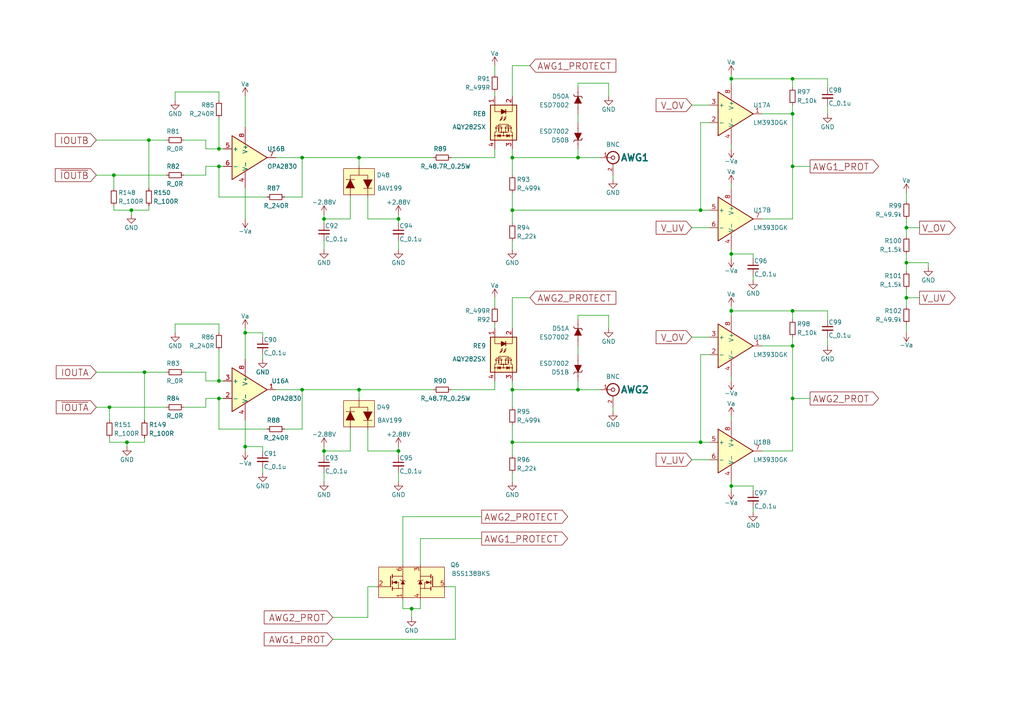
<source format=kicad_sch>
(kicad_sch (version 20211123) (generator eeschema)
  (paper "A4")
  (title_block (title "Scopefun Oscilloscope") (rev "v2") (comment 1 "Copyright Dejan Priversek 2017") (comment 2 "Licensed under CERN OHL v.1.2"))
  (junction (at 115.57 63.5))
  (junction (at 167.64 45.72))
  (junction (at 229.87 48.26))
  (junction (at 212.09 140.97))
  (junction (at 119.38 176.53))
  (junction (at 148.59 113.03))
  (junction (at 203.2 60.96))
  (junction (at 38.1 60.96))
  (junction (at 63.5 110.49))
  (junction (at 115.57 130.81))
  (junction (at 203.2 128.27))
  (junction (at 262.89 86.36))
  (junction (at 229.87 22.86))
  (junction (at 33.02 50.8))
  (junction (at 87.63 113.03))
  (junction (at 41.91 107.95))
  (junction (at 63.5 115.57))
  (junction (at 148.59 45.72))
  (junction (at 63.5 48.26))
  (junction (at 31.75 118.11))
  (junction (at 229.87 33.02))
  (junction (at 148.59 60.96))
  (junction (at 43.18 40.64))
  (junction (at 262.89 76.2))
  (junction (at 71.12 96.52))
  (junction (at 229.87 115.57))
  (junction (at 148.59 128.27))
  (junction (at 167.64 113.03))
  (junction (at 229.87 100.33))
  (junction (at 229.87 90.17))
  (junction (at 104.14 45.72))
  (junction (at 104.14 113.03))
  (junction (at 87.63 45.72))
  (junction (at 212.09 90.17))
  (junction (at 212.09 22.86))
  (junction (at 71.12 129.54))
  (junction (at 262.89 66.04))
  (junction (at 36.83 128.27))
  (junction (at 93.98 63.5))
  (junction (at 63.5 43.18))
  (junction (at 93.98 130.81))
  (junction (at 212.09 73.66))
  (wire (pts (xy 36.83 129.54) (xy 36.83 128.27)))
  (wire (pts (xy 220.98 100.33) (xy 229.87 100.33)))
  (wire (pts (xy 33.02 60.96) (xy 38.1 60.96)))
  (wire (pts (xy 203.2 102.87) (xy 203.2 128.27)))
  (wire (pts (xy 93.98 137.16) (xy 93.98 139.7)))
  (wire (pts (xy 167.64 100.33) (xy 167.64 102.87)))
  (wire (pts (xy 200.66 133.35) (xy 205.74 133.35)))
  (wire (pts (xy 143.51 26.67) (xy 143.51 27.94)))
  (wire (pts (xy 36.83 128.27) (xy 41.91 128.27)))
  (wire (pts (xy 27.94 107.95) (xy 41.91 107.95)))
  (wire (pts (xy 63.5 43.18) (xy 64.77 43.18)))
  (wire (pts (xy 82.55 124.46) (xy 87.63 124.46)))
  (wire (pts (xy 87.63 124.46) (xy 87.63 113.03)))
  (wire (pts (xy 115.57 62.23) (xy 115.57 63.5)))
  (wire (pts (xy 203.2 128.27) (xy 205.74 128.27)))
  (wire (pts (xy 93.98 129.54) (xy 93.98 130.81)))
  (wire (pts (xy 116.84 173.99) (xy 116.84 176.53)))
  (wire (pts (xy 262.89 55.88) (xy 262.89 58.42)))
  (wire (pts (xy 59.69 115.57) (xy 63.5 115.57)))
  (wire (pts (xy 71.12 36.83) (xy 71.12 27.94)))
  (wire (pts (xy 87.63 57.15) (xy 87.63 45.72)))
  (wire (pts (xy 212.09 72.39) (xy 212.09 73.66)))
  (wire (pts (xy 218.44 80.01) (xy 218.44 81.28)))
  (wire (pts (xy 93.98 62.23) (xy 93.98 63.5)))
  (wire (pts (xy 167.64 45.72) (xy 173.99 45.72)))
  (wire (pts (xy 148.59 128.27) (xy 148.59 132.08)))
  (wire (pts (xy 31.75 127) (xy 31.75 128.27)))
  (wire (pts (xy 266.7 86.36) (xy 262.89 86.36)))
  (wire (pts (xy 262.89 63.5) (xy 262.89 66.04)))
  (wire (pts (xy 41.91 128.27) (xy 41.91 127)))
  (wire (pts (xy 87.63 45.72) (xy 104.14 45.72)))
  (wire (pts (xy 200.66 30.48) (xy 205.74 30.48)))
  (wire (pts (xy 240.03 97.79) (xy 240.03 100.33)))
  (wire (pts (xy 203.2 35.56) (xy 203.2 60.96)))
  (wire (pts (xy 119.38 176.53) (xy 121.92 176.53)))
  (wire (pts (xy 262.89 73.66) (xy 262.89 76.2)))
  (wire (pts (xy 116.84 149.86) (xy 139.7 149.86)))
  (wire (pts (xy 50.8 26.67) (xy 63.5 26.67)))
  (wire (pts (xy 143.51 93.98) (xy 143.51 95.25)))
  (wire (pts (xy 27.94 50.8) (xy 33.02 50.8)))
  (wire (pts (xy 63.5 26.67) (xy 63.5 29.21)))
  (wire (pts (xy 229.87 48.26) (xy 229.87 63.5)))
  (wire (pts (xy 53.34 40.64) (xy 59.69 40.64)))
  (wire (pts (xy 104.14 113.03) (xy 104.14 115.57)))
  (wire (pts (xy 59.69 48.26) (xy 63.5 48.26)))
  (wire (pts (xy 205.74 35.56) (xy 203.2 35.56)))
  (wire (pts (xy 104.14 45.72) (xy 104.14 48.26)))
  (wire (pts (xy 106.68 124.46) (xy 106.68 130.81)))
  (wire (pts (xy 176.53 24.13) (xy 176.53 27.94)))
  (wire (pts (xy 119.38 176.53) (xy 119.38 179.07)))
  (wire (pts (xy 50.8 29.21) (xy 50.8 26.67)))
  (wire (pts (xy 229.87 90.17) (xy 240.03 90.17)))
  (wire (pts (xy 148.59 19.05) (xy 148.59 27.94)))
  (wire (pts (xy 212.09 53.34) (xy 212.09 54.61)))
  (wire (pts (xy 96.52 179.07) (xy 106.68 179.07)))
  (wire (pts (xy 106.68 63.5) (xy 115.57 63.5)))
  (wire (pts (xy 115.57 130.81) (xy 115.57 132.08)))
  (wire (pts (xy 177.8 50.8) (xy 177.8 52.07)))
  (wire (pts (xy 76.2 96.52) (xy 71.12 96.52)))
  (wire (pts (xy 115.57 69.85) (xy 115.57 72.39)))
  (wire (pts (xy 38.1 60.96) (xy 43.18 60.96)))
  (wire (pts (xy 33.02 59.69) (xy 33.02 60.96)))
  (wire (pts (xy 101.6 57.15) (xy 101.6 63.5)))
  (wire (pts (xy 53.34 107.95) (xy 59.69 107.95)))
  (wire (pts (xy 63.5 101.6) (xy 63.5 110.49)))
  (wire (pts (xy 143.51 113.03) (xy 130.81 113.03)))
  (wire (pts (xy 71.12 95.25) (xy 71.12 96.52)))
  (wire (pts (xy 106.68 130.81) (xy 115.57 130.81)))
  (wire (pts (xy 167.64 33.02) (xy 167.64 35.56)))
  (wire (pts (xy 212.09 90.17) (xy 229.87 90.17)))
  (wire (pts (xy 220.98 33.02) (xy 229.87 33.02)))
  (wire (pts (xy 41.91 107.95) (xy 41.91 121.92)))
  (wire (pts (xy 148.59 113.03) (xy 148.59 118.11)))
  (wire (pts (xy 116.84 176.53) (xy 119.38 176.53)))
  (wire (pts (xy 262.89 66.04) (xy 262.89 68.58)))
  (wire (pts (xy 229.87 92.71) (xy 229.87 90.17)))
  (wire (pts (xy 82.55 57.15) (xy 87.63 57.15)))
  (wire (pts (xy 43.18 40.64) (xy 48.26 40.64)))
  (wire (pts (xy 167.64 25.4) (xy 167.64 24.13)))
  (wire (pts (xy 115.57 129.54) (xy 115.57 130.81)))
  (wire (pts (xy 167.64 43.18) (xy 167.64 45.72)))
  (wire (pts (xy 212.09 22.86) (xy 229.87 22.86)))
  (wire (pts (xy 106.68 170.18) (xy 109.22 170.18)))
  (wire (pts (xy 76.2 104.14) (xy 76.2 102.87)))
  (wire (pts (xy 212.09 139.7) (xy 212.09 140.97)))
  (wire (pts (xy 229.87 25.4) (xy 229.87 22.86)))
  (wire (pts (xy 148.59 123.19) (xy 148.59 128.27)))
  (wire (pts (xy 63.5 93.98) (xy 63.5 96.52)))
  (wire (pts (xy 262.89 93.98) (xy 262.89 96.52)))
  (wire (pts (xy 205.74 102.87) (xy 203.2 102.87)))
  (wire (pts (xy 229.87 22.86) (xy 240.03 22.86)))
  (wire (pts (xy 229.87 115.57) (xy 229.87 130.81)))
  (wire (pts (xy 167.64 24.13) (xy 176.53 24.13)))
  (wire (pts (xy 93.98 130.81) (xy 93.98 132.08)))
  (wire (pts (xy 218.44 147.32) (xy 218.44 148.59)))
  (wire (pts (xy 212.09 109.22) (xy 212.09 110.49)))
  (wire (pts (xy 240.03 22.86) (xy 240.03 25.4)))
  (wire (pts (xy 59.69 107.95) (xy 59.69 110.49)))
  (wire (pts (xy 63.5 57.15) (xy 63.5 48.26)))
  (wire (pts (xy 234.95 48.26) (xy 229.87 48.26)))
  (wire (pts (xy 229.87 33.02) (xy 229.87 48.26)))
  (wire (pts (xy 167.64 110.49) (xy 167.64 113.03)))
  (wire (pts (xy 262.89 76.2) (xy 269.24 76.2)))
  (wire (pts (xy 132.08 185.42) (xy 132.08 170.18)))
  (wire (pts (xy 101.6 130.81) (xy 93.98 130.81)))
  (wire (pts (xy 43.18 40.64) (xy 43.18 54.61)))
  (wire (pts (xy 50.8 96.52) (xy 50.8 93.98)))
  (wire (pts (xy 101.6 124.46) (xy 101.6 130.81)))
  (wire (pts (xy 148.59 69.85) (xy 148.59 72.39)))
  (wire (pts (xy 71.12 129.54) (xy 71.12 130.81)))
  (wire (pts (xy 262.89 83.82) (xy 262.89 86.36)))
  (wire (pts (xy 212.09 22.86) (xy 212.09 24.13)))
  (wire (pts (xy 229.87 100.33) (xy 229.87 115.57)))
  (wire (pts (xy 167.64 113.03) (xy 173.99 113.03)))
  (wire (pts (xy 106.68 57.15) (xy 106.68 63.5)))
  (wire (pts (xy 176.53 91.44) (xy 176.53 95.25)))
  (wire (pts (xy 93.98 69.85) (xy 93.98 72.39)))
  (wire (pts (xy 59.69 43.18) (xy 63.5 43.18)))
  (wire (pts (xy 200.66 97.79) (xy 205.74 97.79)))
  (wire (pts (xy 121.92 163.83) (xy 121.92 156.21)))
  (wire (pts (xy 200.66 66.04) (xy 205.74 66.04)))
  (wire (pts (xy 143.51 45.72) (xy 130.81 45.72)))
  (wire (pts (xy 148.59 137.16) (xy 148.59 139.7)))
  (wire (pts (xy 240.03 90.17) (xy 240.03 92.71)))
  (wire (pts (xy 121.92 176.53) (xy 121.92 173.99)))
  (wire (pts (xy 212.09 90.17) (xy 212.09 91.44)))
  (wire (pts (xy 148.59 55.88) (xy 148.59 60.96)))
  (wire (pts (xy 116.84 163.83) (xy 116.84 149.86)))
  (wire (pts (xy 50.8 93.98) (xy 63.5 93.98)))
  (wire (pts (xy 106.68 179.07) (xy 106.68 170.18)))
  (wire (pts (xy 229.87 30.48) (xy 229.87 33.02)))
  (wire (pts (xy 153.67 86.36) (xy 148.59 86.36)))
  (wire (pts (xy 27.94 40.64) (xy 43.18 40.64)))
  (wire (pts (xy 77.47 57.15) (xy 63.5 57.15)))
  (wire (pts (xy 218.44 73.66) (xy 212.09 73.66)))
  (wire (pts (xy 177.8 118.11) (xy 177.8 119.38)))
  (wire (pts (xy 167.64 92.71) (xy 167.64 91.44)))
  (wire (pts (xy 143.51 86.36) (xy 143.51 88.9)))
  (wire (pts (xy 87.63 113.03) (xy 104.14 113.03)))
  (wire (pts (xy 234.95 115.57) (xy 229.87 115.57)))
  (wire (pts (xy 212.09 140.97) (xy 212.09 142.24)))
  (wire (pts (xy 63.5 48.26) (xy 64.77 48.26)))
  (wire (pts (xy 31.75 118.11) (xy 31.75 121.92)))
  (wire (pts (xy 33.02 50.8) (xy 48.26 50.8)))
  (wire (pts (xy 80.01 45.72) (xy 87.63 45.72)))
  (wire (pts (xy 59.69 50.8) (xy 53.34 50.8)))
  (wire (pts (xy 148.59 110.49) (xy 148.59 113.03)))
  (wire (pts (xy 218.44 74.93) (xy 218.44 73.66)))
  (wire (pts (xy 59.69 110.49) (xy 63.5 110.49)))
  (wire (pts (xy 212.09 120.65) (xy 212.09 121.92)))
  (wire (pts (xy 63.5 124.46) (xy 63.5 115.57)))
  (wire (pts (xy 148.59 45.72) (xy 148.59 50.8)))
  (wire (pts (xy 101.6 63.5) (xy 93.98 63.5)))
  (wire (pts (xy 104.14 45.72) (xy 125.73 45.72)))
  (wire (pts (xy 115.57 137.16) (xy 115.57 139.7)))
  (wire (pts (xy 76.2 130.81) (xy 76.2 129.54)))
  (wire (pts (xy 43.18 60.96) (xy 43.18 59.69)))
  (wire (pts (xy 76.2 129.54) (xy 71.12 129.54)))
  (wire (pts (xy 218.44 142.24) (xy 218.44 140.97)))
  (wire (pts (xy 33.02 50.8) (xy 33.02 54.61)))
  (wire (pts (xy 153.67 19.05) (xy 148.59 19.05)))
  (wire (pts (xy 212.09 21.59) (xy 212.09 22.86)))
  (wire (pts (xy 80.01 113.03) (xy 87.63 113.03)))
  (wire (pts (xy 229.87 63.5) (xy 220.98 63.5)))
  (wire (pts (xy 93.98 63.5) (xy 93.98 64.77)))
  (wire (pts (xy 266.7 66.04) (xy 262.89 66.04)))
  (wire (pts (xy 143.51 110.49) (xy 143.51 113.03)))
  (wire (pts (xy 148.59 86.36) (xy 148.59 95.25)))
  (wire (pts (xy 148.59 60.96) (xy 203.2 60.96)))
  (wire (pts (xy 148.59 113.03) (xy 167.64 113.03)))
  (wire (pts (xy 148.59 60.96) (xy 148.59 64.77)))
  (wire (pts (xy 148.59 43.18) (xy 148.59 45.72)))
  (wire (pts (xy 41.91 107.95) (xy 48.26 107.95)))
  (wire (pts (xy 115.57 63.5) (xy 115.57 64.77)))
  (wire (pts (xy 167.64 91.44) (xy 176.53 91.44)))
  (wire (pts (xy 31.75 118.11) (xy 48.26 118.11)))
  (wire (pts (xy 262.89 76.2) (xy 262.89 78.74)))
  (wire (pts (xy 31.75 128.27) (xy 36.83 128.27)))
  (wire (pts (xy 59.69 115.57) (xy 59.69 118.11)))
  (wire (pts (xy 71.12 96.52) (xy 71.12 104.14)))
  (wire (pts (xy 96.52 185.42) (xy 132.08 185.42)))
  (wire (pts (xy 63.5 110.49) (xy 64.77 110.49)))
  (wire (pts (xy 77.47 124.46) (xy 63.5 124.46)))
  (wire (pts (xy 132.08 170.18) (xy 129.54 170.18)))
  (wire (pts (xy 38.1 62.23) (xy 38.1 60.96)))
  (wire (pts (xy 27.94 118.11) (xy 31.75 118.11)))
  (wire (pts (xy 148.59 45.72) (xy 167.64 45.72)))
  (wire (pts (xy 59.69 40.64) (xy 59.69 43.18)))
  (wire (pts (xy 269.24 76.2) (xy 269.24 77.47)))
  (wire (pts (xy 59.69 48.26) (xy 59.69 50.8)))
  (wire (pts (xy 104.14 113.03) (xy 125.73 113.03)))
  (wire (pts (xy 212.09 41.91) (xy 212.09 43.18)))
  (wire (pts (xy 229.87 97.79) (xy 229.87 100.33)))
  (wire (pts (xy 59.69 118.11) (xy 53.34 118.11)))
  (wire (pts (xy 63.5 34.29) (xy 63.5 43.18)))
  (wire (pts (xy 71.12 54.61) (xy 71.12 63.5)))
  (wire (pts (xy 218.44 140.97) (xy 212.09 140.97)))
  (wire (pts (xy 76.2 135.89) (xy 76.2 137.16)))
  (wire (pts (xy 212.09 88.9) (xy 212.09 90.17)))
  (wire (pts (xy 76.2 97.79) (xy 76.2 96.52)))
  (wire (pts (xy 71.12 121.92) (xy 71.12 129.54)))
  (wire (pts (xy 212.09 73.66) (xy 212.09 74.93)))
  (wire (pts (xy 262.89 86.36) (xy 262.89 88.9)))
  (wire (pts (xy 63.5 115.57) (xy 64.77 115.57)))
  (wire (pts (xy 229.87 130.81) (xy 220.98 130.81)))
  (wire (pts (xy 148.59 128.27) (xy 203.2 128.27)))
  (wire (pts (xy 240.03 30.48) (xy 240.03 33.02)))
  (wire (pts (xy 121.92 156.21) (xy 139.7 156.21)))
  (wire (pts (xy 143.51 19.05) (xy 143.51 21.59)))
  (wire (pts (xy 143.51 43.18) (xy 143.51 45.72)))
  (wire (pts (xy 203.2 60.96) (xy 205.74 60.96)))
  (global_label "AWG1_PROT" (shape input) (at 96.52 185.42 180) (effects (font (size 1.905 1.905))) (property "Intersheet References" "${INTERSHEET_REFS}" (effects hide)))
  (global_label "V_UV" (shape output) (at 266.7 86.36 0) (effects (font (size 1.905 1.905))) (property "Intersheet References" "${INTERSHEET_REFS}" (effects hide)))
  (global_label "~{IOUTA}" (shape input) (at 27.94 118.11 180) (effects (font (size 1.905 1.905))) (property "Intersheet References" "${INTERSHEET_REFS}" (effects hide)))
  (global_label "V_OV" (shape output) (at 266.7 66.04 0) (effects (font (size 1.905 1.905))) (property "Intersheet References" "${INTERSHEET_REFS}" (effects hide)))
  (global_label "AWG2_PROTECT" (shape output) (at 139.7 149.86 0) (effects (font (size 1.905 1.905))) (property "Intersheet References" "${INTERSHEET_REFS}" (effects hide)))
  (global_label "AWG1_PROTECT" (shape input) (at 153.67 19.05 0) (effects (font (size 1.905 1.905))) (property "Intersheet References" "${INTERSHEET_REFS}" (effects hide)))
  (global_label "V_UV" (shape input) (at 200.66 66.04 180) (effects (font (size 1.905 1.905))) (property "Intersheet References" "${INTERSHEET_REFS}" (effects hide)))
  (global_label "AWG2_PROT" (shape output) (at 234.95 115.57 0) (effects (font (size 1.905 1.905))) (property "Intersheet References" "${INTERSHEET_REFS}" (effects hide)))
  (global_label "~{IOUTB}" (shape input) (at 27.94 50.8 180) (effects (font (size 1.905 1.905))) (property "Intersheet References" "${INTERSHEET_REFS}" (effects hide)))
  (global_label "AWG1_PROTECT" (shape output) (at 139.7 156.21 0) (effects (font (size 1.905 1.905))) (property "Intersheet References" "${INTERSHEET_REFS}" (effects hide)))
  (global_label "V_OV" (shape input) (at 200.66 30.48 180) (effects (font (size 1.905 1.905))) (property "Intersheet References" "${INTERSHEET_REFS}" (effects hide)))
  (global_label "AWG2_PROT" (shape input) (at 96.52 179.07 180) (effects (font (size 1.905 1.905))) (property "Intersheet References" "${INTERSHEET_REFS}" (effects hide)))
  (global_label "IOUTA" (shape input) (at 27.94 107.95 180) (effects (font (size 1.905 1.905))) (property "Intersheet References" "${INTERSHEET_REFS}" (effects hide)))
  (global_label "IOUTB" (shape input) (at 27.94 40.64 180) (effects (font (size 1.905 1.905))) (property "Intersheet References" "${INTERSHEET_REFS}" (effects hide)))
  (global_label "V_UV" (shape input) (at 200.66 133.35 180) (effects (font (size 1.905 1.905))) (property "Intersheet References" "${INTERSHEET_REFS}" (effects hide)))
  (global_label "AWG2_PROTECT" (shape input) (at 153.67 86.36 0) (effects (font (size 1.905 1.905))) (property "Intersheet References" "${INTERSHEET_REFS}" (effects hide)))
  (global_label "V_OV" (shape input) (at 200.66 97.79 180) (effects (font (size 1.905 1.905))) (property "Intersheet References" "${INTERSHEET_REFS}" (effects hide)))
  (global_label "AWG1_PROT" (shape output) (at 234.95 48.26 0) (effects (font (size 1.905 1.905))) (property "Intersheet References" "${INTERSHEET_REFS}" (effects hide)))
  (symbol (lib_id "ScopefunParts:OPA2830") (at 72.39 45.72 0) (unit 2)
    (property "Reference" "U16" (at 77.47 43.18 0) (effects (justify left)))
    (property "Value" "OPA2830" (at 77.47 48.26 0) (effects (justify left)))
    (property "Footprint" "ScopefunPackagesLibrary:TSSOP8" (effects hide))
    (property "Datasheet" "http://www.ti.com/lit/ds/symlink/opa2830.pdf" (effects hide))
    (property "MFG Part#" "OPA2830IDGKT" (effects hide))
    (property "Description" "Dual, Low-Power, Single-Supply, Wideband OPERATIONAL AMPLIFIER" (effects hide))
  )
  (symbol (lib_id "ScopefunParts:+Va") (at 71.12 95.25 0) (unit 1)
    (property "Reference" "#PWR0174" (effects hide))
    (property "Value" "+Va" (at 71.12 91.694 0))
  )
  (symbol (lib_id "ScopefunParts:-Va") (at 71.12 130.81 180) (unit 1)
    (property "Reference" "#PWR0175" (effects hide))
    (property "Value" "-Va" (at 71.12 134.366 0))
  )
  (symbol (lib_id "Scopefun_v2-rescue:GND") (at 50.8 96.52 0)
    (property "Reference" "#PWR0176" (effects hide))
    (property "Value" "GND" (at 50.8 100.33 0))
  )
  (symbol (lib_id "ScopefunParts:BAV199") (at 104.14 53.34 0) (unit 1)
    (property "Reference" "D48" (at 109.22 50.8 0) (effects (justify left)))
    (property "Value" "BAV199" (at 113.03 54.61 0))
    (property "Footprint" "ScopefunPackagesLibrary:SOT23" (effects hide))
    (property "MFG Part#" "BAV199-7-F" (effects hide))
    (property "Description" "Low-leakage double diode" (effects hide))
  )
  (symbol (lib_id "ScopefunParts:+2.88V") (at 115.57 62.23 0) (unit 1)
    (property "Reference" "#PWR0177" (effects hide))
    (property "Value" "+2.88V" (at 115.57 58.674 0))
  )
  (symbol (lib_id "ScopefunParts:C_0.1u") (at 93.98 67.31 0) (unit 1)
    (property "Reference" "C92" (at 94.234 65.532 0) (effects (justify left)))
    (property "Value" "C_0.1u" (at 94.234 69.342 0) (effects (justify left)))
    (property "Footprint" "ScopefunPackagesLibrary:C_0603" (effects hide))
    (property "MFG Part#" "C0603C104K4RACTU" (effects hide))
    (property "Description" "MLCC - SMD/SMT 0603 16V X7R 10%" (effects hide))
  )
  (symbol (lib_id "ScopefunParts:C_0.1u") (at 115.57 67.31 0) (unit 1)
    (property "Reference" "C94" (at 115.824 65.532 0) (effects (justify left)))
    (property "Value" "C_0.1u" (at 115.824 69.342 0) (effects (justify left)))
    (property "Footprint" "ScopefunPackagesLibrary:C_0603" (effects hide))
    (property "MFG Part#" "C0603C104K4RACTU" (effects hide))
    (property "Description" "MLCC - SMD/SMT 0603 16V X7R 10%" (effects hide))
  )
  (symbol (lib_id "Scopefun_v2-rescue:GND") (at 115.57 72.39 0)
    (property "Reference" "#PWR0178" (effects hide))
    (property "Value" "GND" (at 115.57 76.2 0))
  )
  (symbol (lib_id "Scopefun_v2-rescue:GND") (at 93.98 72.39 0)
    (property "Reference" "#PWR0179" (effects hide))
    (property "Value" "GND" (at 93.98 76.2 0))
  )
  (symbol (lib_id "ScopefunParts:-2.88V") (at 93.98 62.23 0) (unit 1)
    (property "Reference" "#PWR0180" (effects hide))
    (property "Value" "-2.88V" (at 93.98 58.674 0))
  )
  (symbol (lib_id "ScopefunParts:R_499R") (at 143.51 24.13 0) (mirror y) (unit 1)
    (property "Reference" "R91" (at 142.24 22.86 0) (effects (justify left)))
    (property "Value" "R_499R" (at 142.24 25.4 0) (effects (justify left)))
    (property "Footprint" "ScopefunPackagesLibrary:R_0603" (effects hide))
    (property "Datasheet" "http://industrial.panasonic.com/cdbs/www-data/pdf/AOA0000/AOA0000CE2.pdf" (effects hide))
    (property "MFG Part#" "ERJ-3EKF4990V" (effects hide))
    (property "Description" "RES SMD 1% 1/10W 0603" (effects hide))
  )
  (symbol (lib_id "ScopefunParts:+Va") (at 143.51 19.05 0) (mirror y) (unit 1)
    (property "Reference" "#PWR0181" (effects hide))
    (property "Value" "+Va" (at 143.51 15.494 0))
  )
  (symbol (lib_id "ScopefunParts:R_499k") (at 148.59 53.34 0) (unit 1)
    (property "Reference" "R93" (at 149.86 52.07 0) (effects (justify left)))
    (property "Value" "R_499k" (at 149.86 54.61 0) (effects (justify left)))
    (property "Footprint" "ScopefunPackagesLibrary:R_0603" (effects hide))
    (property "Datasheet" "http://industrial.panasonic.com/cdbs/www-data/pdf/AOA0000/AOA0000CE2.pdf" (effects hide))
    (property "MFG Part#" "ERJ-3EKF4993V" (effects hide))
    (property "Description" "RES SMD 1% 1/10W 0603" (effects hide))
  )
  (symbol (lib_id "ScopefunParts:R_22k") (at 148.59 67.31 0) (unit 1)
    (property "Reference" "R94" (at 149.86 66.04 0) (effects (justify left)))
    (property "Value" "R_22k" (at 149.86 68.58 0) (effects (justify left)))
    (property "Footprint" "ScopefunPackagesLibrary:R_0603" (effects hide))
    (property "Datasheet" "http://industrial.panasonic.com/cdbs/www-data/pdf/AOA0000/AOA0000CE2.pdf" (effects hide))
    (property "MFG Part#" "ERJ-3EKF2202V" (effects hide))
    (property "Description" "RES SMD 1% 1/10W 0603" (effects hide))
  )
  (symbol (lib_id "Scopefun_v2-rescue:GND") (at 148.59 72.39 0)
    (property "Reference" "#PWR0182" (effects hide))
    (property "Value" "GND" (at 148.59 76.2 0))
  )
  (symbol (lib_id "Scopefun_v2-rescue:GND") (at 177.8 52.07 0)
    (property "Reference" "#PWR0183" (effects hide))
    (property "Value" "GND" (at 177.8 55.88 0))
  )
  (symbol (lib_id "ScopefunParts:LM393DGK") (at 213.36 33.02 0) (unit 1)
    (property "Reference" "U17" (at 218.44 30.48 0) (effects (justify left)))
    (property "Value" "LM393DGK" (at 218.44 35.56 0) (effects (justify left)))
    (property "Footprint" "ScopefunPackagesLibrary:TSSOP8" (effects hide))
    (property "Datasheet" "http://www.ti.com/lit/ds/symlink/lm193.pdf" (effects hide))
    (property "MFG Part#" "LM393DGKR" (effects hide))
    (property "Description" "Dual, General Purpose, Differential Comparator" (effects hide))
  )
  (symbol (lib_id "ScopefunParts:+Va") (at 212.09 53.34 0) (unit 1)
    (property "Reference" "#PWR0187" (effects hide))
    (property "Value" "+Va" (at 212.09 49.784 0))
  )
  (symbol (lib_id "ScopefunParts:-Va") (at 212.09 74.93 0) (mirror x) (unit 1)
    (property "Reference" "#PWR0186" (effects hide))
    (property "Value" "-Va" (at 212.09 78.486 0))
  )
  (symbol (lib_id "ScopefunParts:+Va") (at 212.09 21.59 0) (unit 1)
    (property "Reference" "#PWR0184" (effects hide))
    (property "Value" "+Va" (at 212.09 18.034 0))
  )
  (symbol (lib_id "ScopefunParts:-Va") (at 212.09 43.18 180) (unit 1)
    (property "Reference" "#PWR0185" (effects hide))
    (property "Value" "-Va" (at 212.09 46.736 0))
  )
  (symbol (lib_id "ScopefunParts:C_0.1u") (at 240.03 27.94 0) (unit 1)
    (property "Reference" "C98" (at 240.284 26.162 0) (effects (justify left)))
    (property "Value" "C_0.1u" (at 240.284 29.972 0) (effects (justify left)))
    (property "Footprint" "ScopefunPackagesLibrary:C_0603" (effects hide))
    (property "MFG Part#" "C0603C104K4RACTU" (effects hide))
    (property "Description" "MLCC - SMD/SMT 0603 16V X7R 10%" (effects hide))
  )
  (symbol (lib_id "Scopefun_v2-rescue:GND") (at 240.03 33.02 0)
    (property "Reference" "#PWR0188" (effects hide))
    (property "Value" "GND" (at 240.03 36.83 0))
  )
  (symbol (lib_id "ScopefunParts:+Va") (at 71.12 27.94 0) (unit 1)
    (property "Reference" "#PWR0189" (effects hide))
    (property "Value" "+Va" (at 71.12 24.384 0))
  )
  (symbol (lib_id "ScopefunParts:-Va") (at 71.12 63.5 180) (unit 1)
    (property "Reference" "#PWR0190" (effects hide))
    (property "Value" "-Va" (at 71.12 67.056 0))
  )
  (symbol (lib_id "Scopefun_v2-rescue:GND") (at 50.8 29.21 0)
    (property "Reference" "#PWR0191" (effects hide))
    (property "Value" "GND" (at 50.8 33.02 0))
  )
  (symbol (lib_id "ScopefunParts:BAV199") (at 104.14 120.65 0) (unit 1)
    (property "Reference" "D49" (at 109.22 118.11 0) (effects (justify left)))
    (property "Value" "BAV199" (at 113.03 121.92 0))
    (property "Footprint" "ScopefunPackagesLibrary:SOT23" (effects hide))
    (property "MFG Part#" "BAV199-7-F" (effects hide))
    (property "Description" "Low-leakage double diode" (effects hide))
  )
  (symbol (lib_id "ScopefunParts:+2.88V") (at 115.57 129.54 0) (unit 1)
    (property "Reference" "#PWR0192" (effects hide))
    (property "Value" "+2.88V" (at 115.57 125.984 0))
  )
  (symbol (lib_id "ScopefunParts:C_0.1u") (at 93.98 134.62 0) (unit 1)
    (property "Reference" "C93" (at 94.234 132.842 0) (effects (justify left)))
    (property "Value" "C_0.1u" (at 94.234 136.652 0) (effects (justify left)))
    (property "Footprint" "ScopefunPackagesLibrary:C_0603" (effects hide))
    (property "MFG Part#" "C0603C104K4RACTU" (effects hide))
    (property "Description" "MLCC - SMD/SMT 0603 16V X7R 10%" (effects hide))
  )
  (symbol (lib_id "ScopefunParts:C_0.1u") (at 115.57 134.62 0) (unit 1)
    (property "Reference" "C95" (at 115.824 132.842 0) (effects (justify left)))
    (property "Value" "C_0.1u" (at 115.824 136.652 0) (effects (justify left)))
    (property "Footprint" "ScopefunPackagesLibrary:C_0603" (effects hide))
    (property "MFG Part#" "C0603C104K4RACTU" (effects hide))
    (property "Description" "MLCC - SMD/SMT 0603 16V X7R 10%" (effects hide))
  )
  (symbol (lib_id "Scopefun_v2-rescue:GND") (at 115.57 139.7 0)
    (property "Reference" "#PWR0193" (effects hide))
    (property "Value" "GND" (at 115.57 143.51 0))
  )
  (symbol (lib_id "Scopefun_v2-rescue:GND") (at 93.98 139.7 0)
    (property "Reference" "#PWR0194" (effects hide))
    (property "Value" "GND" (at 93.98 143.51 0))
  )
  (symbol (lib_id "ScopefunParts:-2.88V") (at 93.98 129.54 0) (unit 1)
    (property "Reference" "#PWR0195" (effects hide))
    (property "Value" "-2.88V" (at 93.98 125.984 0))
  )
  (symbol (lib_id "ScopefunParts:R_499R") (at 143.51 91.44 180) (unit 1)
    (property "Reference" "R92" (at 142.24 92.71 0) (effects (justify left)))
    (property "Value" "R_499R" (at 142.24 90.17 0) (effects (justify left)))
    (property "Footprint" "ScopefunPackagesLibrary:R_0603" (effects hide))
    (property "Datasheet" "http://industrial.panasonic.com/cdbs/www-data/pdf/AOA0000/AOA0000CE2.pdf" (effects hide))
    (property "MFG Part#" "ERJ-3EKF4990V" (effects hide))
    (property "Description" "RES SMD 1% 1/10W 0603" (effects hide))
  )
  (symbol (lib_id "ScopefunParts:+Va") (at 143.51 86.36 0) (unit 1)
    (property "Reference" "#PWR0196" (effects hide))
    (property "Value" "+Va" (at 143.51 82.804 0))
  )
  (symbol (lib_id "ScopefunParts:R_499k") (at 148.59 120.65 0) (unit 1)
    (property "Reference" "R95" (at 149.86 119.38 0) (effects (justify left)))
    (property "Value" "R_499k" (at 149.86 121.92 0) (effects (justify left)))
    (property "Footprint" "ScopefunPackagesLibrary:R_0603" (effects hide))
    (property "Datasheet" "http://industrial.panasonic.com/cdbs/www-data/pdf/AOA0000/AOA0000CE2.pdf" (effects hide))
    (property "MFG Part#" "ERJ-3EKF4993V" (effects hide))
    (property "Description" "RES SMD 1% 1/10W 0603" (effects hide))
  )
  (symbol (lib_id "ScopefunParts:R_22k") (at 148.59 134.62 0) (unit 1)
    (property "Reference" "R96" (at 149.86 133.35 0) (effects (justify left)))
    (property "Value" "R_22k" (at 149.86 135.89 0) (effects (justify left)))
    (property "Footprint" "ScopefunPackagesLibrary:R_0603" (effects hide))
    (property "Datasheet" "http://industrial.panasonic.com/cdbs/www-data/pdf/AOA0000/AOA0000CE2.pdf" (effects hide))
    (property "MFG Part#" "ERJ-3EKF2202V" (effects hide))
    (property "Description" "RES SMD 1% 1/10W 0603" (effects hide))
  )
  (symbol (lib_id "Scopefun_v2-rescue:GND") (at 148.59 139.7 0)
    (property "Reference" "#PWR0197" (effects hide))
    (property "Value" "GND" (at 148.59 143.51 0))
  )
  (symbol (lib_id "Scopefun_v2-rescue:GND") (at 177.8 119.38 0)
    (property "Reference" "#PWR0198" (effects hide))
    (property "Value" "GND" (at 177.8 123.19 0))
  )
  (symbol (lib_id "ScopefunParts:LM393DGK") (at 213.36 100.33 0) (unit 1)
    (property "Reference" "U18" (at 218.44 97.79 0) (effects (justify left)))
    (property "Value" "LM393DGK" (at 218.44 102.87 0) (effects (justify left)))
    (property "Footprint" "ScopefunPackagesLibrary:TSSOP8" (effects hide))
    (property "Datasheet" "http://www.ti.com/lit/ds/symlink/lm193.pdf" (effects hide))
    (property "MFG Part#" "LM393DGKR" (effects hide))
    (property "Description" "Dual, General Purpose, Differential Comparator" (effects hide))
  )
  (symbol (lib_id "ScopefunParts:+Va") (at 212.09 88.9 0) (unit 1)
    (property "Reference" "#PWR0199" (effects hide))
    (property "Value" "+Va" (at 212.09 85.344 0))
  )
  (symbol (lib_id "ScopefunParts:-Va") (at 212.09 110.49 180) (unit 1)
    (property "Reference" "#PWR0200" (effects hide))
    (property "Value" "-Va" (at 212.09 114.046 0))
  )
  (symbol (lib_id "ScopefunParts:-Va") (at 212.09 142.24 0) (mirror x) (unit 1)
    (property "Reference" "#PWR0201" (effects hide))
    (property "Value" "-Va" (at 212.09 145.796 0))
  )
  (symbol (lib_id "ScopefunParts:+Va") (at 212.09 120.65 0) (unit 1)
    (property "Reference" "#PWR0202" (effects hide))
    (property "Value" "+Va" (at 212.09 117.094 0))
  )
  (symbol (lib_id "ScopefunParts:C_0.1u") (at 240.03 95.25 0) (unit 1)
    (property "Reference" "C99" (at 240.284 93.472 0) (effects (justify left)))
    (property "Value" "C_0.1u" (at 240.284 97.282 0) (effects (justify left)))
    (property "Footprint" "ScopefunPackagesLibrary:C_0603" (effects hide))
    (property "MFG Part#" "C0603C104K4RACTU" (effects hide))
    (property "Description" "MLCC - SMD/SMT 0603 16V X7R 10%" (effects hide))
  )
  (symbol (lib_id "Scopefun_v2-rescue:GND") (at 240.03 100.33 0)
    (property "Reference" "#PWR0203" (effects hide))
    (property "Value" "GND" (at 240.03 104.14 0))
  )
  (symbol (lib_id "ScopefunParts:C_0.1u") (at 76.2 100.33 0) (unit 1)
    (property "Reference" "C90" (at 76.454 98.552 0) (effects (justify left)))
    (property "Value" "C_0.1u" (at 76.454 102.362 0) (effects (justify left)))
    (property "Footprint" "ScopefunPackagesLibrary:C_0603" (effects hide))
    (property "MFG Part#" "C0603C104K4RACTU" (effects hide))
    (property "Description" "MLCC - SMD/SMT 0603 16V X7R 10%" (effects hide))
  )
  (symbol (lib_id "Scopefun_v2-rescue:GND") (at 76.2 104.14 0)
    (property "Reference" "#PWR0204" (effects hide))
    (property "Value" "GND" (at 76.2 107.95 0))
  )
  (symbol (lib_id "ScopefunParts:C_0.1u") (at 76.2 133.35 0) (unit 1)
    (property "Reference" "C91" (at 76.454 131.572 0) (effects (justify left)))
    (property "Value" "C_0.1u" (at 76.454 135.382 0) (effects (justify left)))
    (property "Footprint" "ScopefunPackagesLibrary:C_0603" (effects hide))
    (property "MFG Part#" "C0603C104K4RACTU" (effects hide))
    (property "Description" "MLCC - SMD/SMT 0603 16V X7R 10%" (effects hide))
  )
  (symbol (lib_id "Scopefun_v2-rescue:GND") (at 76.2 137.16 0)
    (property "Reference" "#PWR0205" (effects hide))
    (property "Value" "GND" (at 76.2 140.97 0))
  )
  (symbol (lib_id "ScopefunParts:BSS138BKS") (at 119.38 168.91 0) (unit 1)
    (property "Reference" "Q6" (at 133.35 163.83 0) (effects (justify right)))
    (property "Value" "BSS138BKS" (at 142.24 166.37 0) (effects (justify right)))
    (property "Footprint" "ScopefunPackagesLibrary:SOT363" (effects hide))
    (property "Datasheet" "http://www.nxp.com/documents/data_sheet/BSS138BKS.pdf" (effects hide))
    (property "Description" "60 V, 320 mA dual N-channel Trench MOSFET" (effects hide))
    (property "MFG Part#" "BSS138PS,115" (effects hide))
  )
  (symbol (lib_id "Scopefun_v2-rescue:GND") (at 119.38 179.07 0)
    (property "Reference" "#PWR0206" (effects hide))
    (property "Value" "GND" (at 119.38 182.88 0))
  )
  (symbol (lib_id "ScopefunParts:R_49.9k") (at 262.89 60.96 0) (mirror y) (unit 1)
    (property "Reference" "R99" (at 261.62 59.69 0) (effects (justify left)))
    (property "Value" "R_49.9k" (at 261.62 62.23 0) (effects (justify left)))
    (property "Footprint" "ScopefunPackagesLibrary:R_0603" (effects hide))
    (property "Datasheet" "http://industrial.panasonic.com/cdbs/www-data/pdf/AOA0000/AOA0000CE2.pdf" (effects hide))
    (property "MFG Part#" "ERJ-3EKF4992V" (effects hide))
    (property "Description" "RES SMD 1% 1/10W 0603" (effects hide))
  )
  (symbol (lib_id "ScopefunParts:R_1.5k") (at 262.89 71.12 0) (mirror y) (unit 1)
    (property "Reference" "R100" (at 261.62 69.85 0) (effects (justify left)))
    (property "Value" "R_1.5k" (at 261.62 72.39 0) (effects (justify left)))
    (property "Footprint" "ScopefunPackagesLibrary:R_0603" (effects hide))
    (property "Datasheet" "http://industrial.panasonic.com/cdbs/www-data/pdf/AOA0000/AOA0000CE2.pdf" (effects hide))
    (property "MFG Part#" "ERJ-3EKF1501V" (effects hide))
    (property "Description" "RES SMD 1% 1/10W 0603" (effects hide))
  )
  (symbol (lib_id "ScopefunParts:R_1.5k") (at 262.89 81.28 0) (mirror y) (unit 1)
    (property "Reference" "R101" (at 261.62 80.01 0) (effects (justify left)))
    (property "Value" "R_1.5k" (at 261.62 82.55 0) (effects (justify left)))
    (property "Footprint" "ScopefunPackagesLibrary:R_0603" (effects hide))
    (property "Datasheet" "http://industrial.panasonic.com/cdbs/www-data/pdf/AOA0000/AOA0000CE2.pdf" (effects hide))
    (property "MFG Part#" "ERJ-3EKF1501V" (effects hide))
    (property "Description" "RES SMD 1% 1/10W 0603" (effects hide))
  )
  (symbol (lib_id "ScopefunParts:R_49.9k") (at 262.89 91.44 0) (mirror y) (unit 1)
    (property "Reference" "R102" (at 261.62 90.17 0) (effects (justify left)))
    (property "Value" "R_49.9k" (at 261.62 92.71 0) (effects (justify left)))
    (property "Footprint" "ScopefunPackagesLibrary:R_0603" (effects hide))
    (property "Datasheet" "http://industrial.panasonic.com/cdbs/www-data/pdf/AOA0000/AOA0000CE2.pdf" (effects hide))
    (property "MFG Part#" "ERJ-3EKF4992V" (effects hide))
    (property "Description" "RES SMD 1% 1/10W 0603" (effects hide))
  )
  (symbol (lib_id "Scopefun_v2-rescue:GND") (at 269.24 77.47 0) (mirror y)
    (property "Reference" "#PWR0207" (effects hide))
    (property "Value" "GND" (at 269.24 81.28 0))
  )
  (symbol (lib_id "ScopefunParts:+Va") (at 262.89 55.88 0) (mirror y) (unit 1)
    (property "Reference" "#PWR0208" (effects hide))
    (property "Value" "+Va" (at 262.89 52.324 0))
  )
  (symbol (lib_id "ScopefunParts:-Va") (at 262.89 96.52 0) (mirror x) (unit 1)
    (property "Reference" "#PWR0209" (effects hide))
    (property "Value" "-Va" (at 262.89 100.076 0))
  )
  (symbol (lib_id "ScopefunParts:AQY282SX") (at 146.05 35.56 90) (mirror x) (unit 1)
    (property "Reference" "RE8" (at 140.97 33.02 90) (effects (justify left)))
    (property "Value" "AQY282SX" (at 140.97 36.83 90) (effects (justify left)))
    (property "Footprint" "ScopefunPackagesLibrary:SOP-4" (effects hide))
    (property "Datasheet" "https://www.mouser.com/ds/2/315/panasonic_AQW,AQY280,282,284-1196946.pdf" (effects hide))
    (property "MFG Part#" "AQY282SX" (effects hide))
    (property "Description" "Solid State Relays - PCB Mount 60v 500mA SOP Form A Norm-Open" (effects hide))
  )
  (symbol (lib_id "ScopefunParts:AQY282SX") (at 146.05 102.87 90) (mirror x) (unit 1)
    (property "Reference" "RE9" (at 140.97 100.33 90) (effects (justify left)))
    (property "Value" "AQY282SX" (at 140.97 104.14 90) (effects (justify left)))
    (property "Footprint" "ScopefunPackagesLibrary:SOP-4" (effects hide))
    (property "Datasheet" "https://www.mouser.com/ds/2/315/panasonic_AQW,AQY280,282,284-1196946.pdf" (effects hide))
    (property "MFG Part#" "AQY282SX" (effects hide))
    (property "Description" "Solid State Relays - PCB Mount 60v 500mA SOP Form A Norm-Open" (effects hide))
  )
  (symbol (lib_id "ScopefunParts:LM393DGK") (at 213.36 63.5 0) (unit 2)
    (property "Reference" "U17" (at 218.44 60.96 0) (effects (justify left)))
    (property "Value" "LM393DGK" (at 218.44 66.04 0) (effects (justify left)))
    (property "Footprint" "ScopefunPackagesLibrary:TSSOP8" (effects hide))
    (property "Datasheet" "http://www.ti.com/lit/ds/symlink/lm193.pdf" (effects hide))
    (property "MFG Part#" "LM393DGKR" (effects hide))
    (property "Description" "Dual, General Purpose, Differential Comparator" (effects hide))
  )
  (symbol (lib_id "ScopefunParts:LM393DGK") (at 213.36 130.81 0) (unit 2)
    (property "Reference" "U18" (at 218.44 128.27 0) (effects (justify left)))
    (property "Value" "LM393DGK" (at 218.44 133.35 0) (effects (justify left)))
    (property "Footprint" "ScopefunPackagesLibrary:TSSOP8" (effects hide))
    (property "Datasheet" "http://www.ti.com/lit/ds/symlink/lm193.pdf" (effects hide))
    (property "MFG Part#" "LM393DGKR" (effects hide))
    (property "Description" "Dual, General Purpose, Differential Comparator" (effects hide))
  )
  (symbol (lib_id "ScopefunParts:C_0.1u") (at 218.44 77.47 0) (unit 1)
    (property "Reference" "C96" (at 218.694 75.692 0) (effects (justify left)))
    (property "Value" "C_0.1u" (at 218.694 79.502 0) (effects (justify left)))
    (property "Footprint" "ScopefunPackagesLibrary:C_0603" (effects hide))
    (property "MFG Part#" "C0603C104K4RACTU" (effects hide))
    (property "Description" "MLCC - SMD/SMT 0603 16V X7R 10%" (effects hide))
  )
  (symbol (lib_id "Scopefun_v2-rescue:GND") (at 218.44 81.28 0)
    (property "Reference" "#PWR0210" (effects hide))
    (property "Value" "GND" (at 218.44 85.09 0))
  )
  (symbol (lib_id "ScopefunParts:C_0.1u") (at 218.44 144.78 0) (unit 1)
    (property "Reference" "C97" (at 218.694 143.002 0) (effects (justify left)))
    (property "Value" "C_0.1u" (at 218.694 146.812 0) (effects (justify left)))
    (property "Footprint" "ScopefunPackagesLibrary:C_0603" (effects hide))
    (property "MFG Part#" "C0603C104K4RACTU" (effects hide))
    (property "Description" "MLCC - SMD/SMT 0603 16V X7R 10%" (effects hide))
  )
  (symbol (lib_id "Scopefun_v2-rescue:GND") (at 218.44 148.59 0)
    (property "Reference" "#PWR0211" (effects hide))
    (property "Value" "GND" (at 218.44 152.4 0))
  )
  (symbol (lib_id "ScopefunParts:R_10k") (at 229.87 27.94 0) (unit 1)
    (property "Reference" "R97" (at 231.14 26.67 0) (effects (justify left)))
    (property "Value" "R_10k" (at 231.14 29.21 0) (effects (justify left)))
    (property "Footprint" "ScopefunPackagesLibrary:R_0603" (effects hide))
    (property "Datasheet" "http://industrial.panasonic.com/cdbs/www-data/pdf/AOA0000/AOA0000CE2.pdf" (effects hide))
    (property "MFG Part#" "ERJ-3EKF1002V" (effects hide))
    (property "Description" "RES SMD 1% 1/10W 0603" (effects hide))
  )
  (symbol (lib_id "ScopefunParts:R_10k") (at 229.87 95.25 0) (unit 1)
    (property "Reference" "R98" (at 231.14 93.98 0) (effects (justify left)))
    (property "Value" "R_10k" (at 231.14 96.52 0) (effects (justify left)))
    (property "Footprint" "ScopefunPackagesLibrary:R_0603" (effects hide))
    (property "Datasheet" "http://industrial.panasonic.com/cdbs/www-data/pdf/AOA0000/AOA0000CE2.pdf" (effects hide))
    (property "MFG Part#" "ERJ-3EKF1002V" (effects hide))
    (property "Description" "RES SMD 1% 1/10W 0603" (effects hide))
  )
  (symbol (lib_id "ScopefunParts:OPA2830") (at 72.39 113.03 0) (unit 1)
    (property "Reference" "U16" (at 78.74 110.49 0) (effects (justify left)))
    (property "Value" "OPA2830" (at 78.74 115.57 0) (effects (justify left)))
    (property "Footprint" "ScopefunPackagesLibrary:TSSOP8" (effects hide))
    (property "Datasheet" "http://www.ti.com/lit/ds/symlink/opa2830.pdf" (effects hide))
    (property "MFG Part#" "OPA2830IDGKT" (effects hide))
    (property "Description" "Dual, Low-Power, Single-Supply, Wideband OPERATIONAL AMPLIFIER" (effects hide))
  )
  (symbol (lib_id "ScopefunParts:ESD7002") (at 167.64 39.37 180) (unit 2)
    (property "Reference" "D50" (at 165.1 40.64 0) (effects (justify left)))
    (property "Value" "ESD7002" (at 165.1 38.1 0) (effects (justify left)))
    (property "Footprint" "ScopefunPackagesLibrary:SOT323" (effects hide))
    (property "Datasheet" "http://www.onsemi.com/pub/Collateral/ESD7002-D.PDF" (effects hide))
    (property "MFG Part#" "ESD7002WTT1G" (effects hide))
    (property "Description" "TVS DIODE 5VWM SC70 (SOT323)" (effects hide))
  )
  (symbol (lib_id "ScopefunParts:ESD7002") (at 167.64 29.21 0) (mirror y) (unit 1)
    (property "Reference" "D50" (at 165.1 27.94 0) (effects (justify left)))
    (property "Value" "ESD7002" (at 165.1 30.48 0) (effects (justify left)))
    (property "Footprint" "ScopefunPackagesLibrary:SOT323" (effects hide))
    (property "Datasheet" "http://www.onsemi.com/pub/Collateral/ESD7002-D.PDF" (effects hide))
    (property "MFG Part#" "ESD7002WTT1G" (effects hide))
    (property "Description" "TVS DIODE 5VWM SC70 (SOT323)" (effects hide))
  )
  (symbol (lib_id "Scopefun_v2-rescue:GND") (at 176.53 27.94 0)
    (property "Reference" "#PWR0212" (effects hide))
    (property "Value" "GND" (at 176.53 31.75 0))
  )
  (symbol (lib_id "ScopefunParts:ESD7002") (at 167.64 106.68 180) (unit 2)
    (property "Reference" "D51" (at 165.1 107.95 0) (effects (justify left)))
    (property "Value" "ESD7002" (at 165.1 105.41 0) (effects (justify left)))
    (property "Footprint" "ScopefunPackagesLibrary:SOT323" (effects hide))
    (property "Datasheet" "http://www.onsemi.com/pub/Collateral/ESD7002-D.PDF" (effects hide))
    (property "MFG Part#" "ESD7002WTT1G" (effects hide))
    (property "Description" "TVS DIODE 5VWM SC70 (SOT323)" (effects hide))
  )
  (symbol (lib_id "ScopefunParts:ESD7002") (at 167.64 96.52 0) (mirror y) (unit 1)
    (property "Reference" "D51" (at 165.1 95.25 0) (effects (justify left)))
    (property "Value" "ESD7002" (at 165.1 97.79 0) (effects (justify left)))
    (property "Footprint" "ScopefunPackagesLibrary:SOT323" (effects hide))
    (property "Datasheet" "http://www.onsemi.com/pub/Collateral/ESD7002-D.PDF" (effects hide))
    (property "Description" "TVS DIODE 5VWM SC70 (SOT323)" (effects hide))
    (property "MFG Part#" "ESD7002WTT1G" (effects hide))
  )
  (symbol (lib_id "Scopefun_v2-rescue:GND") (at 176.53 95.25 0)
    (property "Reference" "#PWR0213" (effects hide))
    (property "Value" "GND" (at 176.53 99.06 0))
  )
  (symbol (lib_id "ScopefunParts:BNC") (at 177.8 45.72 0) (mirror y) (unit 1)
    (property "Reference" "AWG1" (at 184.15 45.72 0) (effects (font (size 2.0066 2.0066) bold)))
    (property "Value" "BNC" (at 177.8 41.91 0))
    (property "Footprint" "ScopefunPackagesLibrary:BNC-5-1634556-0" (effects hide))
    (property "Datasheet" "http://www.te.com/usa-en/product-5-1634556-0.html" (effects hide))
    (property "MFG Part#" "5-1634556-0" (effects hide))
    (property "Description" "BNC LP ELBOW B/HEAD PCB SKT 50 OHMS" (effects hide))
  )
  (symbol (lib_id "ScopefunParts:BNC") (at 177.8 113.03 0) (mirror y) (unit 1)
    (property "Reference" "AWG2" (at 184.15 113.03 0) (effects (font (size 2.0066 2.0066) bold)))
    (property "Value" "BNC" (at 177.8 109.22 0))
    (property "Footprint" "ScopefunPackagesLibrary:BNC-5-1634556-0" (effects hide))
    (property "Datasheet" "http://www.te.com/usa-en/product-5-1634556-0.html" (effects hide))
    (property "MFG Part#" "5-1634556-0" (effects hide))
    (property "Description" "BNC LP ELBOW B/HEAD PCB SKT 50 OHMS" (effects hide))
  )
  (symbol (lib_id "ScopefunParts:R_48.7R_0.25W") (at 128.27 45.72 270) (unit 1)
    (property "Reference" "R89" (at 125.73 43.18 90) (effects (justify left)))
    (property "Value" "R_48.7R_0.25W" (at 121.92 48.26 90) (effects (justify left)))
    (property "Footprint" "ScopefunPackagesLibrary:R_1206" (effects hide))
    (property "Datasheet" "https://industrial.panasonic.com/ww/products/resistors/chip-resistors/general-purpose-chip-resistors/precision-thick-film-chip-resistors/ERJ8ENF48R7V" (effects hide))
    (property "MFG Part#" "ERJ-8ENF48R7V" (effects hide))
    (property "Description" "RES SMD 1% 0.25W 1206" (effects hide))
  )
  (symbol (lib_id "ScopefunParts:R_48.7R_0.25W") (at 128.27 113.03 270) (unit 1)
    (property "Reference" "R90" (at 125.73 110.49 90) (effects (justify left)))
    (property "Value" "R_48.7R_0.25W" (at 121.92 115.57 90) (effects (justify left)))
    (property "Footprint" "ScopefunPackagesLibrary:R_1206" (effects hide))
    (property "Datasheet" "https://industrial.panasonic.com/ww/products/resistors/chip-resistors/general-purpose-chip-resistors/precision-thick-film-chip-resistors/ERJ8ENF48R7V" (effects hide))
    (property "MFG Part#" "ERJ-8ENF48R7V" (effects hide))
    (property "Description" "RES SMD 1% 0.25W 1206" (effects hide))
  )
  (symbol (lib_id "ScopefunParts:R_0R_0603") (at 50.8 40.64 270) (unit 1)
    (property "Reference" "R81" (at 48.26 38.1 90) (effects (justify left)))
    (property "Value" "R_0R" (at 48.26 43.18 90) (effects (justify left)))
    (property "Footprint" "ScopefunPackagesLibrary:R_0603" (effects hide))
    (property "MFG Part#" "RC0603JR-070RL" (effects hide))
    (property "Description" "RES SMD ZERO OHM JUMPER 0603" (effects hide))
  )
  (symbol (lib_id "ScopefunParts:R_0R_0603") (at 50.8 50.8 270) (unit 1)
    (property "Reference" "R82" (at 48.26 48.26 90) (effects (justify left)))
    (property "Value" "R_0R" (at 48.26 53.34 90) (effects (justify left)))
    (property "Footprint" "ScopefunPackagesLibrary:R_0603" (effects hide))
    (property "MFG Part#" "RC0603JR-070RL" (effects hide))
    (property "Description" "RES SMD ZERO OHM JUMPER 0603" (effects hide))
  )
  (symbol (lib_id "ScopefunParts:R_0R_0603") (at 50.8 107.95 270) (unit 1)
    (property "Reference" "R83" (at 48.26 105.41 90) (effects (justify left)))
    (property "Value" "R_0R" (at 48.26 110.49 90) (effects (justify left)))
    (property "Footprint" "ScopefunPackagesLibrary:R_0603" (effects hide))
    (property "MFG Part#" "RC0603JR-070RL" (effects hide))
    (property "Description" "RES SMD ZERO OHM JUMPER 0603" (effects hide))
  )
  (symbol (lib_id "ScopefunParts:R_0R_0603") (at 50.8 118.11 270) (unit 1)
    (property "Reference" "R84" (at 48.26 115.57 90) (effects (justify left)))
    (property "Value" "R_0R" (at 48.26 120.65 90) (effects (justify left)))
    (property "Footprint" "ScopefunPackagesLibrary:R_0603" (effects hide))
    (property "MFG Part#" "RC0603JR-070RL" (effects hide))
    (property "Description" "RES SMD ZERO OHM JUMPER 0603" (effects hide))
  )
  (symbol (lib_id "Scopefun_v2-rescue:GND") (at 38.1 62.23 0)
    (property "Reference" "#PWR0214" (effects hide))
    (property "Value" "GND" (at 38.1 66.04 0))
  )
  (symbol (lib_id "Scopefun_v2-rescue:GND") (at 36.83 129.54 0)
    (property "Reference" "#PWR0215" (effects hide))
    (property "Value" "GND" (at 36.83 133.35 0))
  )
  (symbol (lib_id "ScopefunParts:R_100R") (at 33.02 57.15 0) (unit 1)
    (property "Reference" "R148" (at 34.29 55.88 0) (effects (justify left)))
    (property "Value" "R_100R" (at 34.29 58.42 0) (effects (justify left)))
    (property "Footprint" "ScopefunPackagesLibrary:R_0603" (effects hide))
    (property "Datasheet" "https://industrial.panasonic.com/ww/products/resistors/chip-resistors/chip-resistors/precision-thick-film-chip-resistors/ERJ3EKF1000V" (effects hide))
    (property "MFG Part#" "ERJ-3EKF1000V" (effects hide))
    (property "Description" "RES SMD 1% 1/10W 0603" (effects hide))
  )
  (symbol (lib_id "ScopefunParts:R_100R") (at 43.18 57.15 0) (unit 1)
    (property "Reference" "R150" (at 44.45 55.88 0) (effects (justify left)))
    (property "Value" "R_100R" (at 44.45 58.42 0) (effects (justify left)))
    (property "Footprint" "ScopefunPackagesLibrary:R_0603" (effects hide))
    (property "Datasheet" "https://industrial.panasonic.com/ww/products/resistors/chip-resistors/chip-resistors/precision-thick-film-chip-resistors/ERJ3EKF1000V" (effects hide))
    (property "MFG Part#" "ERJ-3EKF1000V" (effects hide))
    (property "Description" "RES SMD 1% 1/10W 0603" (effects hide))
  )
  (symbol (lib_id "ScopefunParts:R_100R") (at 31.75 124.46 0) (unit 1)
    (property "Reference" "R151" (at 33.02 123.19 0) (effects (justify left)))
    (property "Value" "R_100R" (at 33.02 125.73 0) (effects (justify left)))
    (property "Footprint" "ScopefunPackagesLibrary:R_0603" (effects hide))
    (property "Datasheet" "https://industrial.panasonic.com/ww/products/resistors/chip-resistors/chip-resistors/precision-thick-film-chip-resistors/ERJ3EKF1000V" (effects hide))
    (property "MFG Part#" "ERJ-3EKF1000V" (effects hide))
    (property "Description" "RES SMD 1% 1/10W 0603" (effects hide))
  )
  (symbol (lib_id "ScopefunParts:R_100R") (at 41.91 124.46 0) (unit 1)
    (property "Reference" "R149" (at 43.18 123.19 0) (effects (justify left)))
    (property "Value" "R_100R" (at 43.18 125.73 0) (effects (justify left)))
    (property "Footprint" "ScopefunPackagesLibrary:R_0603" (effects hide))
    (property "Datasheet" "https://industrial.panasonic.com/ww/products/resistors/chip-resistors/chip-resistors/precision-thick-film-chip-resistors/ERJ3EKF1000V" (effects hide))
    (property "MFG Part#" "ERJ-3EKF1000V" (effects hide))
    (property "Description" "RES SMD 1% 1/10W 0603" (effects hide))
  )
  (symbol (lib_id "ScopefunParts:R_240R") (at 63.5 31.75 0) (mirror y) (unit 1)
    (property "Reference" "R85" (at 62.23 30.48 0) (effects (justify left)))
    (property "Value" "R_240R" (at 62.23 33.02 0) (effects (justify left)))
    (property "Footprint" "ScopefunPackagesLibrary:R_0603" (effects hide))
    (property "Datasheet" "http://industrial.panasonic.com/cdbs/www-data/pdf/AOA0000/AOA0000CE2.pdf" (effects hide))
    (property "MFG Part#" "ERJ-3EKF2400V" (effects hide))
    (property "Description" "RES SMD 1% 1/10W 0603" (effects hide))
  )
  (symbol (lib_id "ScopefunParts:R_240R") (at 80.01 57.15 90) (unit 1)
    (property "Reference" "R87" (at 81.28 54.61 90) (effects (justify left)))
    (property "Value" "R_240R" (at 83.82 59.69 90) (effects (justify left)))
    (property "Footprint" "ScopefunPackagesLibrary:R_0603" (effects hide))
    (property "Datasheet" "http://industrial.panasonic.com/cdbs/www-data/pdf/AOA0000/AOA0000CE2.pdf" (effects hide))
    (property "MFG Part#" "ERJ-3EKF2400V" (effects hide))
    (property "Description" "RES SMD 1% 1/10W 0603" (effects hide))
  )
  (symbol (lib_id "ScopefunParts:R_240R") (at 80.01 124.46 90) (unit 1)
    (property "Reference" "R88" (at 81.28 121.92 90) (effects (justify left)))
    (property "Value" "R_240R" (at 83.82 127 90) (effects (justify left)))
    (property "Footprint" "ScopefunPackagesLibrary:R_0603" (effects hide))
    (property "Datasheet" "http://industrial.panasonic.com/cdbs/www-data/pdf/AOA0000/AOA0000CE2.pdf" (effects hide))
    (property "MFG Part#" "ERJ-3EKF2400V" (effects hide))
    (property "Description" "RES SMD 1% 1/10W 0603" (effects hide))
  )
  (symbol (lib_id "ScopefunParts:R_240R") (at 63.5 99.06 0) (mirror y) (unit 1)
    (property "Reference" "R86" (at 62.23 97.79 0) (effects (justify left)))
    (property "Value" "R_240R" (at 62.23 100.33 0) (effects (justify left)))
    (property "Footprint" "ScopefunPackagesLibrary:R_0603" (effects hide))
    (property "Datasheet" "http://industrial.panasonic.com/cdbs/www-data/pdf/AOA0000/AOA0000CE2.pdf" (effects hide))
    (property "MFG Part#" "ERJ-3EKF2400V" (effects hide))
    (property "Description" "RES SMD 1% 1/10W 0603" (effects hide))
  )
)
</source>
